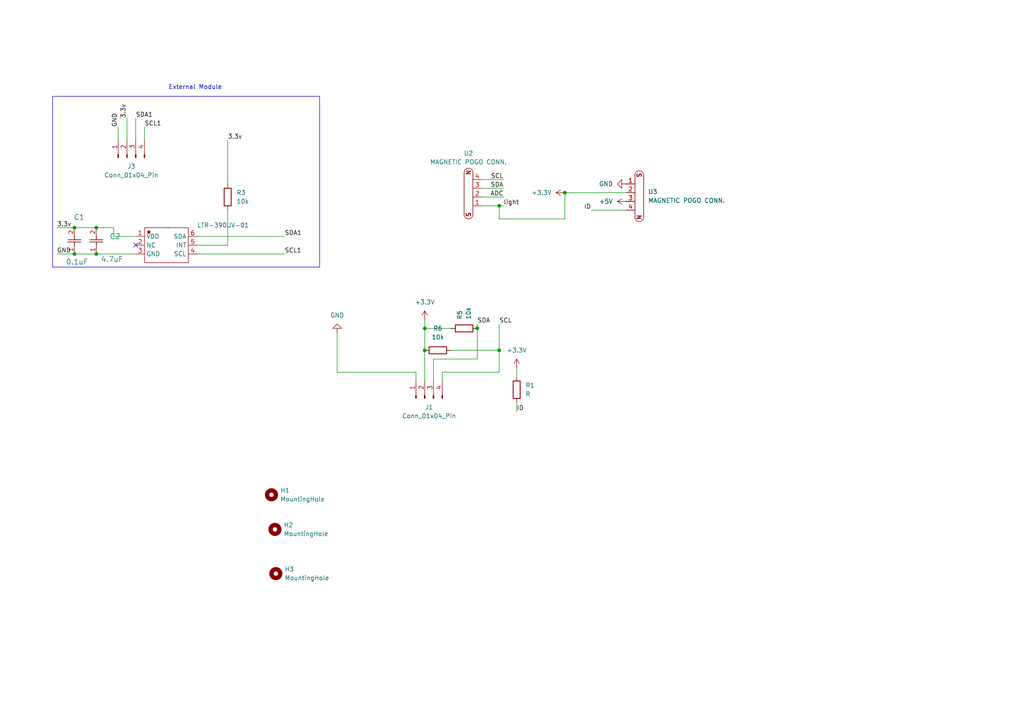
<source format=kicad_sch>
(kicad_sch (version 20250114) (generator "eeschema") (generator_version "9.0")
  (paper "A4")
  (lib_symbols
    (symbol "2026-01-23_05-30-51:C0603C104K5RACTU" (pin_names (offset 0.254))
      (property "Reference" "C" (at 3.81 3.81 0))
      (property "Value" "C0603C104K5RACTU" (at 3.81 -3.81 0))
      (symbol "C0603C104K5RACTU_1_1"
        (polyline (pts (xy 2.54 0) (xy 3.4798 0)) (stroke (width 0.2032)))
        (polyline (pts (xy 3.4798 -1.905) (xy 3.4798 1.905)) (stroke (width 0.2032)))
        (polyline (pts (xy 4.1148 0) (xy 5.08 0)) (stroke (width 0.2032)))
        (polyline (pts (xy 4.1148 -1.905) (xy 4.1148 1.905)) (stroke (width 0.2032)))
        (pin unspecified line (at 0 0 0) (length 2.54) (name "") (number "1"))
        (pin unspecified line (at 7.62 0 180) (length 2.54) (name "") (number "2"))
      )
      (symbol "C0603C104K5RACTU_1_2"
        (polyline (pts (xy -1.905 -3.4798) (xy 1.905 -3.4798)) (stroke (width 0.2032)))
        (polyline (pts (xy -1.905 -4.1148) (xy 1.905 -4.1148)) (stroke (width 0.2032)))
        (polyline (pts (xy 0 -2.54) (xy 0 -3.4798)) (stroke (width 0.2032)))
        (polyline (pts (xy 0 -4.1148) (xy 0 -5.08)) (stroke (width 0.2032)))
        (pin unspecified line (at 0 0 270) (length 2.54) (name "") (number "1"))
        (pin unspecified line (at 0 -7.62 90) (length 2.54) (name "") (number "2"))
      )
    )
    (symbol "Connector:Conn_01x04_Pin" (pin_names (offset 1.016) (hide yes))
      (property "Reference" "J" (at 0 5.08 0))
      (property "Value" "Conn_01x04_Pin" (at 0 -7.62 0))
      (symbol "Conn_01x04_Pin_1_1"
        (rectangle (start 0.8636 2.667) (end 0 2.413) (stroke (width 0.1524)) (fill (type outline)))
        (rectangle (start 0.8636 0.127) (end 0 -0.127) (stroke (width 0.1524)) (fill (type outline)))
        (rectangle (start 0.8636 -2.413) (end 0 -2.667) (stroke (width 0.1524)) (fill (type outline)))
        (rectangle (start 0.8636 -4.953) (end 0 -5.207) (stroke (width 0.1524)) (fill (type outline)))
        (polyline (pts (xy 1.27 2.54) (xy 0.8636 2.54)) (stroke (width 0.1524)))
        (polyline (pts (xy 1.27 0) (xy 0.8636 0)) (stroke (width 0.1524)))
        (polyline (pts (xy 1.27 -2.54) (xy 0.8636 -2.54)) (stroke (width 0.1524)))
        (polyline (pts (xy 1.27 -5.08) (xy 0.8636 -5.08)) (stroke (width 0.1524)))
        (pin passive line (at 5.08 2.54 180) (length 3.81) (name "Pin_1") (number "1"))
        (pin passive line (at 5.08 0 180) (length 3.81) (name "Pin_2") (number "2"))
        (pin passive line (at 5.08 -2.54 180) (length 3.81) (name "Pin_3") (number "3"))
        (pin passive line (at 5.08 -5.08 180) (length 3.81) (name "Pin_4") (number "4"))
      )
    )
    (symbol "Device:R" (pin_numbers (hide yes)) (pin_names (offset 0))
      (property "Reference" "R" (at 2.032 0 90))
      (property "Value" "R" (at 0 0 90))
      (symbol "R_0_1"
        (rectangle (start -1.016 -2.54) (end 1.016 2.54) (stroke (width 0.254)))
      )
      (symbol "R_1_1"
        (pin passive line (at 0 3.81 270) (length 1.27) (name "~") (number "1"))
        (pin passive line (at 0 -3.81 90) (length 1.27) (name "~") (number "2"))
      )
    )
    (symbol "LTR-390UV-01_2025-12-26-altium-import:root_0_LTR-390UV-01_"
      (symbol "root_0_LTR-390UV-01__1_0"
        (rectangle (start -6.35 5.08) (end 6.35 -5.08) (stroke (width 0) (color 136 0 0 1)))
        (circle (center -5.08 3.81) (radius 0.381) (stroke (width 0) (color 136 0 0 1)) (fill (type outline)))
        (pin passive line (at -8.89 2.54 0) (length 2.54) (name "VDD") (number "1"))
        (pin passive line (at -8.89 0 0) (length 2.54) (name "NC") (number "2"))
        (pin passive line (at -8.89 -2.54 0) (length 2.54) (name "GND") (number "3"))
        (pin passive line (at 8.89 2.54 180) (length 2.54) (name "SDA") (number "6"))
        (pin passive line (at 8.89 0 180) (length 2.54) (name "INT") (number "5"))
        (pin passive line (at 8.89 -2.54 180) (length 2.54) (name "SCL") (number "4"))
      )
    )
    (symbol "Mechanical:MountingHole" (pin_names (offset 1.016)) (in_bom no)
      (property "Reference" "H" (at 0 5.08 0))
      (property "Value" "MountingHole" (at 0 3.175 0))
      (symbol "MountingHole_0_1"
        (circle (center 0 0) (radius 1.27) (stroke (width 1.27)))
      )
    )
    (symbol "magnetic_pogo_conn.:MAGNETIC_POGO_CONN."
      (property "Reference" "U" (at 0.508 4.826 0))
      (property "Value" "MAGNETIC POGO CONN." (at 0.508 2.54 0))
      (symbol "MAGNETIC_POGO_CONN._1_1"
        (rectangle (start -5.08 1.2954) (end 7.112 1.27) (fill (type background)))
        (arc (start -5.08 -1.27) (mid -6.35 0) (end -5.08 1.27))
        (rectangle (start -5.08 -1.2446) (end 7.112 -1.27) (fill (type background)))
        (arc (start 7.112 1.27) (mid 8.382 0) (end 7.112 -1.27))
        (text "S" (at -5.08 0 0) (effects (font (size 1.27 1.27) (thickness 0.254) (bold yes))))
        (text "N" (at 7.112 0 0) (effects (font (size 1.27 1.27) (thickness 0.254) (bold yes))))
        (pin bidirectional line (at -2.54 -3.81 90) (length 2.54) (name "") (number "1"))
        (pin bidirectional line (at 0 -3.81 90) (length 2.54) (name "") (number "2"))
        (pin bidirectional line (at 2.54 -3.81 90) (length 2.54) (name "") (number "3"))
        (pin bidirectional line (at 5.08 -3.81 90) (length 2.54) (name "") (number "4"))
      )
    )
    (symbol "power:+3.3V" (power) (pin_numbers (hide yes)) (pin_names (offset 0) (hide yes))
      (property "Value" "+3.3V" (at 0 3.556 0))
      (symbol "+3.3V_0_1"
        (polyline (pts (xy -0.762 1.27) (xy 0 2.54)))
        (polyline (pts (xy 0 2.54) (xy 0.762 1.27)))
        (polyline (pts (xy 0 0) (xy 0 2.54)))
      )
      (symbol "+3.3V_1_1"
        (pin power_in line (at 0 0 90) (length 0) (name "~") (number "1"))
      )
    )
    (symbol "power:+5V" (power) (pin_numbers (hide yes)) (pin_names (offset 0) (hide yes))
      (property "Value" "+5V" (at 0 3.556 0))
      (symbol "+5V_0_1"
        (polyline (pts (xy -0.762 1.27) (xy 0 2.54)))
        (polyline (pts (xy 0 2.54) (xy 0.762 1.27)))
        (polyline (pts (xy 0 0) (xy 0 2.54)))
      )
      (symbol "+5V_1_1"
        (pin power_in line (at 0 0 90) (length 0) (name "~") (number "1"))
      )
    )
    (symbol "power:GND" (power) (pin_numbers (hide yes)) (pin_names (offset 0) (hide yes))
      (property "Value" "GND" (at 0 -3.81 0))
      (symbol "GND_0_1"
        (polyline (pts (xy 0 0) (xy 0 -1.27) (xy 1.27 -1.27) (xy 0 -2.54) (xy -1.27 -1.27) (xy 0 -1.27)))
      )
      (symbol "GND_1_1"
        (pin power_in line (at 0 0 270) (length 0) (name "~") (number "1"))
      )
    )
  )
  (rectangle (start 15.24 27.94) (end 92.71 77.47))
  (text "External Module\n" (at 56.642 25.4 0) (effects (font (size 1.27 1.27))))
  (junction (at 144.78 59.69))
  (junction (at 27.94 66.04))
  (junction (at 27.94 73.66))
  (junction (at 144.78 101.6))
  (junction (at 123.19 95.25))
  (junction (at 21.59 73.66))
  (junction (at 163.83 55.88))
  (junction (at 138.43 95.25))
  (junction (at 21.59 66.04))
  (junction (at 123.19 101.6))
  (no_connect (at 39.37 71.12))
  (wire (pts (xy 34.29 36.83) (xy 34.29 40.64)))
  (wire (pts (xy 97.79 96.52) (xy 97.79 107.95)))
  (wire (pts (xy 27.94 66.04) (xy 33.02 66.04)))
  (wire (pts (xy 138.43 104.14) (xy 125.73 104.14)))
  (wire (pts (xy 120.65 107.95) (xy 120.65 110.49)))
  (wire (pts (xy 146.05 52.07) (xy 139.7 52.07)))
  (wire (pts (xy 21.59 73.66) (xy 27.94 73.66)))
  (wire (pts (xy 144.78 59.69) (xy 146.05 59.69)))
  (wire (pts (xy 130.81 101.6) (xy 144.78 101.6)))
  (wire (pts (xy 139.7 59.69) (xy 144.78 59.69)))
  (wire (pts (xy 163.83 55.88) (xy 181.61 55.88)))
  (wire (pts (xy 33.02 66.04) (xy 33.02 68.58)))
  (wire (pts (xy 123.19 92.71) (xy 123.19 95.25)))
  (wire (pts (xy 21.59 66.04) (xy 27.94 66.04)))
  (wire (pts (xy 128.27 107.95) (xy 128.27 110.49)))
  (wire (pts (xy 33.02 68.58) (xy 39.37 68.58)))
  (wire (pts (xy 163.83 63.5) (xy 144.78 63.5)))
  (wire (pts (xy 57.15 68.58) (xy 82.55 68.58)))
  (wire (pts (xy 146.05 54.61) (xy 139.7 54.61)))
  (wire (pts (xy 125.73 104.14) (xy 125.73 110.49)))
  (wire (pts (xy 97.79 107.95) (xy 120.65 107.95)))
  (wire (pts (xy 57.15 73.66) (xy 82.55 73.66)))
  (wire (pts (xy 138.43 95.25) (xy 138.43 104.14)))
  (wire (pts (xy 123.19 95.25) (xy 130.81 95.25)))
  (wire (pts (xy 41.91 36.83) (xy 41.91 40.64)))
  (wire (pts (xy 144.78 107.95) (xy 128.27 107.95)))
  (wire (pts (xy 36.83 34.29) (xy 36.83 40.64)))
  (wire (pts (xy 16.51 73.66) (xy 21.59 73.66)))
  (wire (pts (xy 138.43 93.98) (xy 138.43 95.25)))
  (wire (pts (xy 144.78 63.5) (xy 144.78 59.69)))
  (wire (pts (xy 144.78 93.98) (xy 144.78 101.6)))
  (wire (pts (xy 27.94 73.66) (xy 39.37 73.66)))
  (wire (pts (xy 163.83 55.88) (xy 163.83 63.5)))
  (wire (pts (xy 57.15 71.12) (xy 66.04 71.12)))
  (wire (pts (xy 16.51 66.04) (xy 21.59 66.04)))
  (wire (pts (xy 144.78 101.6) (xy 144.78 107.95)))
  (wire (pts (xy 146.05 57.15) (xy 139.7 57.15)))
  (wire (pts (xy 123.19 101.6) (xy 123.19 110.49)))
  (wire (pts (xy 123.19 95.25) (xy 123.19 101.6)))
  (wire (pts (xy 39.37 34.29) (xy 39.37 40.64)))
  (wire (pts (xy 149.86 119.38) (xy 149.86 116.84)))
  (wire (pts (xy 149.86 106.68) (xy 149.86 109.22)))
  (wire (pts (xy 66.04 71.12) (xy 66.04 60.96)))
  (wire (pts (xy 171.45 60.96) (xy 181.61 60.96)))
  (wire (pts (xy 66.04 40.64) (xy 66.04 53.34)))
  (label "SCL1" (at 41.91 36.83 0))
  (label "SCL" (at 146.05 52.07 180))
  (label "ADC" (at 146.05 57.15 180))
  (label "3.3v" (at 36.83 34.29 90))
  (label "3.3v" (at 16.51 66.04 0))
  (label "SCL1" (at 82.55 73.66 0))
  (label "SCL" (at 144.78 93.98 0))
  (label "SDA" (at 138.43 93.98 0))
  (label "GND" (at 34.29 36.83 90))
  (label "ID" (at 149.86 119.38 0))
  (label "SDA1" (at 39.37 34.29 0))
  (label "SDA1" (at 82.55 68.58 0))
  (label "SDA" (at 146.05 54.61 180))
  (label "ID" (at 171.45 60.96 180))
  (label "3.3v" (at 66.04 40.64 0))
  (label "GND" (at 16.51 73.66 0))
  (label "light" (at 146.05 59.69 0))
  (symbol (lib_id "2026-01-23_05-30-51:C0603C104K5RACTU") (at 27.94 73.66 90) (unit 1)
    (property "Reference" "C2" (at 31.75 68.5799 90) (effects (font (size 1.524 1.524)) (justify right)))
    (property "Value" "4.7uF" (at 29.21 75.184 90) (effects (font (size 1.524 1.524)) (justify right)))
    (property "Footprint" "Capacitor_SMD:C_0805_2012Metric" (effects (hide yes)))
    (property "Datasheet" "https://content.kemet.com/datasheets/KEM_C1002_X7R_SMD.pdf" (effects (hide yes)))
  )
  (symbol (lib_id "power:+3.3V") (at 163.83 55.88 90) (unit 1)
    (property "Reference" "#PWR08" (effects (hide yes)))
    (property "Value" "+3.3V" (at 160.02 55.8799 90) (effects (justify left)))
    (property "Description" "Power symbol creates a global label with name \"+3.3V\"" (effects (hide yes)))
  )
  (symbol (lib_id "power:+3.3V") (at 123.19 92.71 0) (unit 1)
    (property "Reference" "#PWR05" (effects (hide yes)))
    (property "Value" "+3.3V" (at 123.19 87.63 0))
    (property "Description" "Power symbol creates a global label with name \"+3.3V\"" (effects (hide yes)))
  )
  (symbol (lib_id "2026-01-23_05-30-51:C0603C104K5RACTU") (at 21.59 73.66 90) (unit 1)
    (property "Reference" "C1" (at 21.336 62.992 90) (effects (font (size 1.524 1.524)) (justify right)))
    (property "Value" "0.1uF" (at 19.05 75.946 90) (effects (font (size 1.524 1.524)) (justify right)))
    (property "Footprint" "Capacitor_SMD:C_0805_2012Metric" (effects (hide yes)))
    (property "Datasheet" "https://content.kemet.com/datasheets/KEM_C1002_X7R_SMD.pdf" (effects (hide yes)))
  )
  (symbol (lib_id "power:GND") (at 181.61 53.34 270) (unit 1)
    (property "Reference" "#PWR010" (effects (hide yes)))
    (property "Value" "GND" (at 177.8 53.3399 90) (effects (justify right)))
    (property "Description" "Power symbol creates a global label with name \"GND\" , ground" (effects (hide yes)))
  )
  (symbol (lib_id "Mechanical:MountingHole") (at 80.01 166.37 0) (unit 1) (in_bom no)
    (property "Reference" "H3" (at 82.55 165.0999 0) (effects (justify left)))
    (property "Value" "MountingHole" (at 82.55 167.6399 0) (effects (justify left)))
    (property "Footprint" "MountingHole:MountingHole_2.7mm_M2.5_Pad" (effects (hide yes)))
    (property "Description" "Mounting Hole without connection" (effects (hide yes)))
  )
  (symbol (lib_id "power:GND") (at 97.79 96.52 180) (unit 1)
    (property "Reference" "#PWR04" (effects (hide yes)))
    (property "Value" "GND" (at 97.79 91.44 0))
    (property "Description" "Power symbol creates a global label with name \"GND\" , ground" (effects (hide yes)))
  )
  (symbol (lib_id "Device:R") (at 127 101.6 90) (unit 1)
    (property "Reference" "R6" (at 127 95.25 90))
    (property "Value" "10k" (at 127 97.79 90))
    (property "Footprint" "Resistor_SMD:R_0805_2012Metric" (effects (hide yes)))
    (property "Description" "Resistor" (effects (hide yes)))
  )
  (symbol (lib_id "Mechanical:MountingHole") (at 78.74 143.51 0) (unit 1) (in_bom no)
    (property "Reference" "H1" (at 81.28 142.2399 0) (effects (justify left)))
    (property "Value" "MountingHole" (at 81.28 144.7799 0) (effects (justify left)))
    (property "Footprint" "MountingHole:MountingHole_2.7mm_M2.5_Pad" (effects (hide yes)))
    (property "Description" "Mounting Hole without connection" (effects (hide yes)))
  )
  (symbol (lib_id "Connector:Conn_01x04_Pin") (at 36.83 45.72 90) (unit 1)
    (property "Reference" "J3" (at 38.1 48.26 90))
    (property "Value" "Conn_01x04_Pin" (at 38.1 50.8 90))
    (property "Footprint" "Connector_JST:JST_PH_B4B-PH-K_1x04_P2.00mm_Vertical" (effects (hide yes)))
    (property "Description" "Generic connector, single row, 01x04, script generated" (effects (hide yes)))
  )
  (symbol (lib_id "Device:R") (at 134.62 95.25 90) (unit 1)
    (property "Reference" "R5" (at 133.3499 92.71 0) (effects (justify left)))
    (property "Value" "10k" (at 135.8899 92.71 0) (effects (justify left)))
    (property "Footprint" "Resistor_SMD:R_0805_2012Metric" (effects (hide yes)))
    (property "Description" "Resistor" (effects (hide yes)))
  )
  (symbol (lib_id "power:+3.3V") (at 149.86 106.68 0) (unit 1)
    (property "Reference" "#PWR02" (effects (hide yes)))
    (property "Value" "+3.3V" (at 149.86 101.6 0))
    (property "Description" "Power symbol creates a global label with name \"+3.3V\"" (effects (hide yes)))
  )
  (symbol (lib_id "magnetic_pogo_conn.:MAGNETIC_POGO_CONN.") (at 185.42 55.88 270) (unit 1)
    (property "Reference" "U3" (at 187.96 55.6259 90) (effects (justify left)))
    (property "Value" "MAGNETIC POGO CONN." (at 187.96 58.1659 90) (effects (justify left)))
    (property "Footprint" "batteryholder:MAGNETIC POGO CONN." (effects (hide yes)))
  )
  (symbol (lib_id "magnetic_pogo_conn.:MAGNETIC_POGO_CONN.") (at 135.89 57.15 90) (unit 1)
    (property "Reference" "U2" (at 135.8773 44.45 90))
    (property "Value" "MAGNETIC POGO CONN." (at 135.8773 46.99 90))
    (property "Footprint" "batteryholder:MAGNETIC POGO CONN." (effects (hide yes)))
  )
  (symbol (lib_id "LTR-390UV-01_2025-12-26-altium-import:root_0_LTR-390UV-01_") (at 48.26 71.12 0) (unit 1)
    (property "Reference" "LTR-390UV-01" (at 57.15 66.04 0) (effects (justify left bottom)))
    (property "Value" "~" (at 48.26 66.04 0) (effects (justify left)))
    (property "Footprint" "batteryholder:SENSOR-SMD_LTR-390UV-01" (effects (hide yes)))
  )
  (symbol (lib_id "Mechanical:MountingHole") (at 79.7485 153.5547 0) (unit 1) (in_bom no)
    (property "Reference" "H2" (at 82.2885 152.2846 0) (effects (justify left)))
    (property "Value" "MountingHole" (at 82.2885 154.8246 0) (effects (justify left)))
    (property "Footprint" "MountingHole:MountingHole_2.7mm_M2.5_Pad" (effects (hide yes)))
    (property "Description" "Mounting Hole without connection" (effects (hide yes)))
  )
  (symbol (lib_id "Device:R") (at 66.04 57.15 0) (unit 1)
    (property "Reference" "R3" (at 68.58 55.8799 0) (effects (justify left)))
    (property "Value" "10k" (at 68.58 58.4199 0) (effects (justify left)))
    (property "Footprint" "Resistor_SMD:R_0805_2012Metric" (effects (hide yes)))
    (property "Description" "Resistor" (effects (hide yes)))
  )
  (symbol (lib_id "power:+5V") (at 181.61 58.42 90) (unit 1)
    (property "Reference" "#PWR012" (effects (hide yes)))
    (property "Value" "+5V" (at 177.8 58.4199 90) (effects (justify left)))
    (property "Description" "Power symbol creates a global label with name \"+5V\"" (effects (hide yes)))
  )
  (symbol (lib_id "Connector:Conn_01x04_Pin") (at 123.19 115.57 90) (unit 1)
    (property "Reference" "J1" (at 124.46 118.11 90))
    (property "Value" "Conn_01x04_Pin" (at 124.46 120.65 90))
    (property "Footprint" "Connector_JST:JST_PH_B4B-PH-K_1x04_P2.00mm_Vertical" (effects (hide yes)))
    (property "Description" "Generic connector, single row, 01x04, script generated" (effects (hide yes)))
  )
  (symbol (lib_id "Device:R") (at 149.86 113.03 0) (unit 1)
    (property "Reference" "R1" (at 152.4 111.7599 0) (effects (justify left)))
    (property "Value" "R" (at 152.4 114.2999 0) (effects (justify left)))
    (property "Footprint" "Resistor_SMD:R_0805_2012Metric" (effects (hide yes)))
    (property "Description" "Resistor" (effects (hide yes)))
  )
)
</source>
